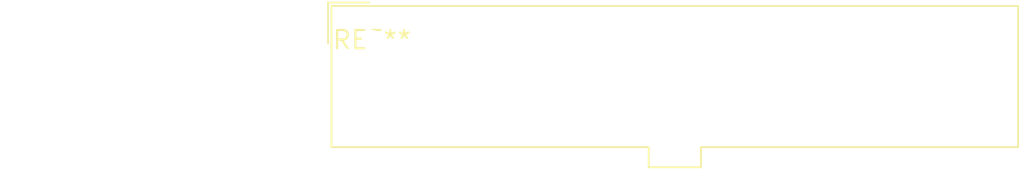
<source format=kicad_pcb>
(kicad_pcb (version 20240108) (generator pcbnew)
  (layers (0 "F.Cu" signal) (31 "B.Cu" signal) (34 "B.Paste" user) (35 "F.Paste" user) (36 "B.SilkS" user "B.Silkscreen") (37 "F.SilkS" user "F.Silkscreen") (38 "B.Mask" user) (39 "F.Mask" user) (44 "Edge.Cuts" user))
  (net 0 "")
  (footprint "Molex_Mini-Fit_Jr_5566-22A_2x11_P4.20mm_Vertical" (layer "F.Cu") (at 0 0)
    (property "Reference" "REF**")
    (property "Value" "Molex_Mini-Fit_Jr_5566-22A_2x11_P4.20mm_Vertical")
    (fp_line (start -3.05 -2.6) (end -3.05 0.25) (layer "F.SilkS") (stroke (width 0.12)))
    (fp_line (start -2.81 -2.36) (end -2.81 7.46) (layer "F.SilkS") (stroke (width 0.12)))
    (fp_line (start -2.81 7.46) (end 19.19 7.46) (layer "F.SilkS") (stroke (width 0.12)))
    (fp_line (start -0.2 -2.6) (end -3.05 -2.6) (layer "F.SilkS") (stroke (width 0.12)))
    (fp_line (start 19.19 7.46) (end 19.19 8.86) (layer "F.SilkS") (stroke (width 0.12)))
    (fp_line (start 19.19 8.86) (end 21 8.86) (layer "F.SilkS") (stroke (width 0.12)))
    (fp_line (start 21 -2.36) (end -2.81 -2.36) (layer "F.SilkS") (stroke (width 0.12)))
    (fp_line (start 21 -2.36) (end 44.81 -2.36) (layer "F.SilkS") (stroke (width 0.12)))
    (fp_line (start 22.81 7.46) (end 22.81 8.86) (layer "F.SilkS") (stroke (width 0.12)))
    (fp_line (start 22.81 8.86) (end 21 8.86) (layer "F.SilkS") (stroke (width 0.12)))
    (fp_line (start 44.81 -2.36) (end 44.81 7.46) (layer "F.SilkS") (stroke (width 0.12)))
    (fp_line (start 44.81 7.46) (end 22.81 7.46) (layer "F.SilkS") (stroke (width 0.12)))
    (pad "1" thru_hole roundrect (at 0 0) (size 2.7 3.3) (drill 1.4) (layers *.Cu *.Mask) (remove_unused_layers) (roundrect_rratio 0.092593))
    (pad "2" thru_hole oval (at 4.2 0) (size 2.7 3.3) (drill 1.4) (layers *.Cu *.Mask) (remove_unused_layers))
    (pad "3" thru_hole oval (at 8.4 0) (size 2.7 3.3) (drill 1.4) (layers *.Cu *.Mask) (remove_unused_layers))
    (pad "4" thru_hole oval (at 12.6 0) (size 2.7 3.3) (drill 1.4) (layers *.Cu *.Mask) (remove_unused_layers))
    (pad "5" thru_hole oval (at 16.8 0) (size 2.7 3.3) (drill 1.4) (layers *.Cu *.Mask) (remove_unused_layers))
    (pad "6" thru_hole oval (at 21 0) (size 2.7 3.3) (drill 1.4) (layers *.Cu *.Mask) (remove_unused_layers))
    (pad "7" thru_hole oval (at 25.2 0) (size 2.7 3.3) (drill 1.4) (layers *.Cu *.Mask) (remove_unused_layers))
    (pad "8" thru_hole oval (at 29.4 0) (size 2.7 3.3) (drill 1.4) (layers *.Cu *.Mask) (remove_unused_layers))
    (pad "9" thru_hole oval (at 33.6 0) (size 2.7 3.3) (drill 1.4) (layers *.Cu *.Mask) (remove_unused_layers))
    (pad "10" thru_hole oval (at 37.8 0) (size 2.7 3.3) (drill 1.4) (layers *.Cu *.Mask) (remove_unused_layers))
    (pad "11" thru_hole oval (at 42 0) (size 2.7 3.3) (drill 1.4) (layers *.Cu *.Mask) (remove_unused_layers))
    (pad "12" thru_hole oval (at 0 5.5) (size 2.7 3.3) (drill 1.4) (layers *.Cu *.Mask) (remove_unused_layers))
    (pad "13" thru_hole oval (at 4.2 5.5) (size 2.7 3.3) (drill 1.4) (layers *.Cu *.Mask) (remove_unused_layers))
    (pad "14" thru_hole oval (at 8.4 5.5) (size 2.7 3.3) (drill 1.4) (layers *.Cu *.Mask) (remove_unused_layers))
    (pad "15" thru_hole oval (at 12.6 5.5) (size 2.7 3.3) (drill 1.4) (layers *.Cu *.Mask) (remove_unused_layers))
    (pad "16" thru_hole oval (at 16.8 5.5) (size 2.7 3.3) (drill 1.4) (layers *.Cu *.Mask) (remove_unused_layers))
    (pad "17" thru_hole oval (at 21 5.5) (size 2.7 3.3) (drill 1.4) (layers *.Cu *.Mask) (remove_unused_layers))
    (pad "18" thru_hole oval (at 25.2 5.5) (size 2.7 3.3) (drill 1.4) (layers *.Cu *.Mask) (remove_unused_layers))
    (pad "19" thru_hole oval (at 29.4 5.5) (size 2.7 3.3) (drill 1.4) (layers *.Cu *.Mask) (remove_unused_layers))
    (pad "20" thru_hole oval (at 33.6 5.5) (size 2.7 3.3) (drill 1.4) (layers *.Cu *.Mask) (remove_unused_layers))
    (pad "21" thru_hole oval (at 37.8 5.5) (size 2.7 3.3) (drill 1.4) (layers *.Cu *.Mask) (remove_unused_layers))
    (pad "22" thru_hole oval (at 42 5.5) (size 2.7 3.3) (drill 1.4) (layers *.Cu *.Mask) (remove_unused_layers))
  )
)
</source>
